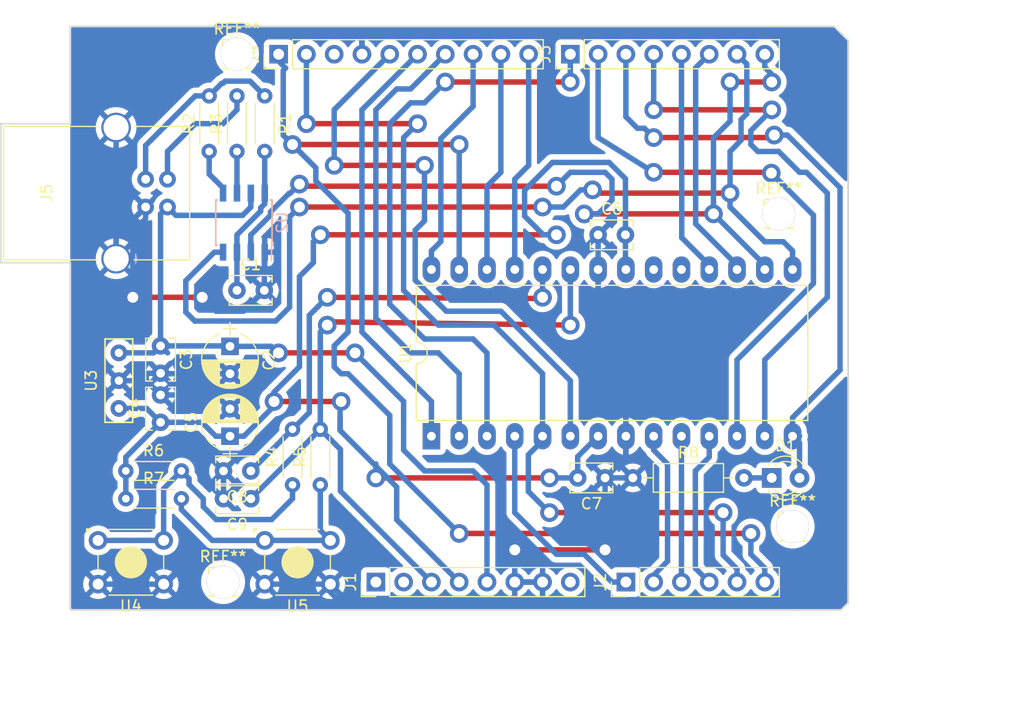
<source format=kicad_pcb>
(kicad_pcb (version 20221018) (generator pcbnew)
  (layers (0 "F.Cu" signal) (31 "B.Cu" signal) (34 "B.Paste" user) (35 "F.Paste" user) (36 "B.SilkS" user "B.Silkscreen") (37 "F.SilkS" user "F.Silkscreen") (38 "B.Mask" user) (39 "F.Mask" user) (44 "Edge.Cuts" user))
  (net 0 "")
  (net 1 "GND")
  (net 2 "+3V3")
  (net 3 "Net-(C1-Pad1)")
  (net 4 "+5V")
  (net 5 "Net-(C8-Pad1)")
  (net 6 "Net-(C9-Pad1)")
  (net 7 "Net-(D1-Pad1)")
  (net 8 "Net-(D1-Pad2)")
  (net 9 "Net-(J2-Pad1)")
  (net 10 "Net-(J2-Pad2)")
  (net 11 "Net-(J2-Pad3)")
  (net 12 "Net-(J2-Pad4)")
  (net 13 "Net-(J2-Pad5)")
  (net 14 "Net-(J2-Pad6)")
  (net 15 "Net-(J3-Pad1)")
  (net 16 "Net-(J3-Pad2)")
  (net 17 "Net-(J3-Pad4)")
  (net 18 "Net-(J3-Pad5)")
  (net 19 "Net-(J3-Pad6)")
  (net 20 "Net-(J3-Pad7)")
  (net 21 "Net-(J3-Pad8)")
  (net 22 "Net-(J5-Pad2)")
  (net 23 "Net-(J5-Pad3)")
  (net 24 "Net-(R2-Pad1)")
  (net 25 "Net-(R3-Pad1)")
  (net 26 "Net-(R4-Pad1)")
  (net 27 "Net-(R5-Pad1)")
  (net 28 "Net-(J4-Pad6)")
  (net 29 "Net-(J4-Pad7)")
  (net 30 "Net-(J4-Pad5)")
  (net 31 "Net-(J4-Pad10)")
  (net 32 "Net-(J4-Pad9)")
  (net 33 "Net-(J4-Pad8)")
  (footprint "Capacitors_THT:C_Disc_D3.8mm_W2.6mm_P2.50mm" (layer "F.Cu") (at 52.07 73.66)
    (fp_text reference "C1")
    (fp_text value "0.1uF")
  )
  (footprint "Capacitors_THT:C_Disc_D3.8mm_W2.6mm_P2.50mm" (layer "F.Cu") (at 45.085 78.74 -90)
    (fp_text reference "C3")
    (fp_text value "0.1uF")
  )
  (footprint "Capacitors_THT:C_Disc_D3.8mm_W2.6mm_P2.50mm" (layer "F.Cu") (at 45.085 85.725 90)
    (fp_text reference "C4")
    (fp_text value "0.1uF")
  )
  (footprint "Capacitors_THT:C_Disc_D3.8mm_W2.6mm_P2.50mm" (layer "F.Cu") (at 85.725 90.805 180)
    (fp_text reference "C7")
    (fp_text value "1uF")
  )
  (footprint "Capacitors_THT:C_Disc_D3.8mm_W2.6mm_P2.50mm" (layer "F.Cu") (at 53.34 90.17 180)
    (fp_text reference "C8")
    (fp_text value "1uF")
  )
  (footprint "Capacitors_THT:C_Disc_D3.8mm_W2.6mm_P2.50mm" (layer "F.Cu") (at 53.34 92.71 180)
    (fp_text reference "C9")
    (fp_text value "1uF")
  )
  (footprint "LEDs:LED_D3.0mm" (layer "F.Cu") (at 100.965 90.805)
    (fp_text reference "D1")
    (fp_text value "LED")
  )
  (footprint "Pin_Headers:Pin_Header_Straight_1x08_Pitch2.54mm" (layer "F.Cu") (at 64.77 100.33 90)
    (fp_text reference "J1")
    (fp_text value "CONN_01X08")
  )
  (footprint "Pin_Headers:Pin_Header_Straight_1x06_Pitch2.54mm" (layer "F.Cu") (at 87.63 100.33 90)
    (fp_text reference "J2")
    (fp_text value "CONN_01X06")
  )
  (footprint "Pin_Headers:Pin_Header_Straight_1x08_Pitch2.54mm" (layer "F.Cu") (at 82.55 52.07 90)
    (fp_text reference "J3")
    (fp_text value "CONN_01X08")
  )
  (footprint "Housings_DIP:DIP-28_W15.24mm_LongPads" (layer "F.Cu") (at 69.85 86.995 90)
    (fp_text reference "U1")
    (fp_text value "lpc1114fn28")
  )
  (footprint "mylib:7805" (layer "F.Cu") (at 41.275 81.915 -90)
    (fp_text reference "U3")
    (fp_text value "7803")
  )
  (footprint "Buttons_Switches_THT:SW_TH_Tactile_Omron_B3F-10xx" (layer "F.Cu") (at 39.37 96.52)
    (fp_text reference "U4")
    (fp_text value "PushSwitch")
  )
  (footprint "Buttons_Switches_THT:SW_TH_Tactile_Omron_B3F-10xx" (layer "F.Cu") (at 54.61 96.52)
    (fp_text reference "U5")
    (fp_text value "PushSwitch")
  )
  (footprint "Pin_Headers:Pin_Header_Straight_1x10_Pitch2.54mm" (layer "F.Cu") (at 55.88 52.07 90)
    (fp_text reference "J4")
    (fp_text value "CONN_01X10")
  )
  (footprint "Connectors:USB_B" (layer "F.Cu") (at 45.72 66.04 180)
    (fp_text reference "J5")
    (fp_text value "USB_B")
  )
  (footprint "Resistors_THT:R_Axial_DIN0204_L3.6mm_D1.6mm_P5.08mm_Horizontal" (layer "F.Cu") (at 57.15 91.44 90)
    (fp_text reference "R4")
    (fp_text value "10k")
  )
  (footprint "Resistors_THT:R_Axial_DIN0204_L3.6mm_D1.6mm_P5.08mm_Horizontal" (layer "F.Cu") (at 59.69 91.44 90)
    (fp_text reference "R5")
    (fp_text value "10k")
  )
  (footprint "Resistors_THT:R_Axial_DIN0204_L3.6mm_D1.6mm_P5.08mm_Horizontal" (layer "F.Cu") (at 41.91 90.17)
    (fp_text reference "R6")
    (fp_text value "1k")
  )
  (footprint "Resistors_THT:R_Axial_DIN0204_L3.6mm_D1.6mm_P5.08mm_Horizontal" (layer "F.Cu") (at 41.91 92.71)
    (fp_text reference "R7")
    (fp_text value "1k")
  )
  (footprint "Resistors_THT:R_Axial_DIN0204_L3.6mm_D1.6mm_P5.08mm_Horizontal" (layer "F.Cu") (at 54.61 55.88 -90)
    (fp_text reference "R1")
    (fp_text value "1.5k")
  )
  (footprint "Resistors_THT:R_Axial_DIN0204_L3.6mm_D1.6mm_P5.08mm_Horizontal" (layer "F.Cu") (at 49.53 60.96 90)
    (fp_text reference "R2")
    (fp_text value "27")
  )
  (footprint "Resistors_THT:R_Axial_DIN0204_L3.6mm_D1.6mm_P5.08mm_Horizontal" (layer "F.Cu") (at 52.07 60.96 90)
    (fp_text reference "R3")
    (fp_text value "27")
  )
  (footprint "Capacitors_THT:C_Disc_D3.8mm_W2.6mm_P2.50mm" (layer "F.Cu") (at 85.09 68.58)
    (fp_text reference "C6")
    (fp_text value "1uF")
  )
  (footprint "Capacitors_THT:CP_Radial_D5.0mm_P2.50mm" (layer "F.Cu") (at 51.435 78.78 -90)
    (fp_text reference "C2")
    (fp_text value "100uF")
  )
  (footprint "Capacitors_THT:CP_Radial_D5.0mm_P2.50mm" (layer "F.Cu") (at 51.435 86.995 90)
    (fp_text reference "C5")
    (fp_text value "100uF")
  )
  (footprint "Pin_Headers:Pin_Header_Straight_1x01_Pitch2.54mm" (layer "F.Cu") (at 102.87 95.25)
    (fp_text reference "REF**")
    (fp_text value "M3")
  )
  (footprint "Pin_Headers:Pin_Header_Straight_1x01_Pitch2.54mm" (layer "F.Cu") (at 101.6 66.675)
    (fp_text reference "REF**")
    (fp_text value "M3")
  )
  (footprint "Pin_Headers:Pin_Header_Straight_1x01_Pitch2.54mm" (layer "F.Cu") (at 52.07 52.07)
    (fp_text reference "REF**")
    (fp_text value "M3")
  )
  (footprint "Pin_Headers:Pin_Header_Straight_1x01_Pitch2.54mm" (layer "F.Cu") (at 50.8 100.33)
    (fp_text reference "REF**")
    (fp_text value "M3")
  )
  (footprint "Resistors_THT:R_Axial_DIN0207_L6.3mm_D2.5mm_P10.16mm_Horizontal" (layer "F.Cu") (at 88.265 90.805)
    (fp_text reference "R8")
    (fp_text value "330")
  )
  (footprint "Housings_SOIC:SOIC-8_3.9x4.9mm_Pitch1.27mm" (layer "B.Cu") (at 52.705 67.47 90)
    (fp_text reference "U2")
    (fp_text value "PL2303SA")
  )
  (gr_line (start 36.83 71.12) (end 36.83 102.87) (stroke (width 0.15)) (layer "Edge.Cuts"))
  (gr_line (start 107.315 50.165) (end 107.95 50.8) (stroke (width 0.15)) (layer "Edge.Cuts"))
  (gr_line (start 107.315 102.87) (end 102.87 102.87) (stroke (width 0.15)) (layer "Edge.Cuts"))
  (gr_line (start 107.95 50.8) (end 107.95 100.965) (stroke (width 0.15)) (layer "Edge.Cuts"))
  (gr_line (start 107.95 100.965) (end 107.95 102.235) (stroke (width 0.15)) (layer "Edge.Cuts"))
  (gr_line (start 107.95 102.235) (end 107.315 102.87) (stroke (width 0.15)) (layer "Edge.Cuts"))
  (gr_line (start 30.48 58.42) (end 30.48 71.12) (stroke (width 0.15)) (layer "Edge.Cuts"))
  (gr_line (start 36.83 102.87) (end 102.87 102.87) (stroke (width 0.15)) (layer "Edge.Cuts"))
  (gr_line (start 101.6 49.53) (end 106.68 49.53) (stroke (width 0.15)) (layer "Edge.Cuts"))
  (gr_line (start 101.6 49.53) (end 36.83 49.53) (stroke (width 0.15)) (layer "Edge.Cuts"))
  (gr_line (start 36.83 49.53) (end 36.83 58.42) (stroke (width 0.15)) (layer "Edge.Cuts"))
  (gr_line (start 36.83 58.42) (end 30.48 58.42) (stroke (width 0.15)) (layer "Edge.Cuts"))
  (gr_line (start 30.48 71.12) (end 36.83 71.12) (stroke (width 0.15)) (layer "Edge.Cuts"))
  (gr_line (start 106.68 49.53) (end 107.315 50.165) (stroke (width 0.15)) (layer "Edge.Cuts"))
  (segment (start 48.895 74.295) (end 42.545 74.295) (width 0.5) (layer "F.Cu") (net 1))
  (segment (start 84.522919 97.38501) (end 77.47 97.38501) (width 0.5) (layer "F.Cu") (net 1))
  (segment (start 85.725 97.38501) (end 84.522919 97.38501) (width 0.5) (layer "F.Cu") (net 1))
  (via (at 42.545 74.295) (size 1.7) (drill 1) (layers "F.Cu" "B.Cu") (net 1))
  (via (at 48.895 74.295) (size 1.7) (drill 1) (layers "F.Cu" "B.Cu") (net 1))
  (via (at 77.47 97.38501) (size 1.7) (drill 1) (layers "F.Cu" "B.Cu") (net 1))
  (via (at 85.725 97.38501) (size 1.7) (drill 1) (layers "F.Cu" "B.Cu") (net 1))
  (segment (start 45.53 100.52) (end 48.26 97.79) (width 0.5) (layer "B.Cu") (net 1))
  (segment (start 48.26 97.79) (end 51.88 97.79) (width 0.5) (layer "B.Cu") (net 1))
  (segment (start 51.88 97.79) (end 54.61 100.52) (width 0.5) (layer "B.Cu") (net 1))
  (segment (start 54.61 100.52) (end 60.61 100.52) (width 0.5) (layer "B.Cu") (net 1))
  (segment (start 43.775 81.915) (end 43.775 81.41863) (width 0.5) (layer "B.Cu") (net 1))
  (segment (start 54.57 73.66) (end 54.57 69.89) (width 0.5) (layer "B.Cu") (net 1))
  (segment (start 50.26 49.53) (end 52.705 49.53) (width 0.5) (layer "B.Cu") (net 1))
  (segment (start 41.02 58.77) (end 50.26 49.53) (width 0.5) (layer "B.Cu") (net 1))
  (segment (start 50.84 92.71) (end 50.84 90.17) (width 0.5) (layer "B.Cu") (net 1))
  (segment (start 39.37 77.47) (end 42.545 74.295) (width 0.5) (layer "B.Cu") (net 1))
  (segment (start 41.275 81.915) (end 39.37 83.82) (width 0.5) (layer "B.Cu") (net 1))
  (segment (start 43.775 81.915) (end 45.085 83.225) (width 0.5) (layer "B.Cu") (net 1))
  (segment (start 54.57 69.89) (end 54.61 69.93) (width 0.5) (layer "B.Cu") (net 1))
  (segment (start 43.72 67.114802) (end 42.545 68.289802) (width 0.5) (layer "B.Cu") (net 1))
  (segment (start 40.64 95.25) (end 43.18 95.25) (width 0.5) (layer "B.Cu") (net 1))
  (segment (start 50.165 75.565) (end 48.895 74.295) (width 0.5) (layer "B.Cu") (net 1))
  (segment (start 37.869999 92.940001) (end 37.869999 99.019999) (width 0.5) (layer "B.Cu") (net 1))
  (segment (start 54.57 73.66) (end 52.665 75.565) (width 0.5) (layer "B.Cu") (net 1))
  (segment (start 80.01 100.33) (end 77.47 100.33) (width 0.5) (layer "B.Cu") (net 1))
  (segment (start 39.37 100.52) (end 45.37 100.52) (width 0.5) (layer "B.Cu") (net 1))
  (segment (start 45.37 100.52) (end 45.53 100.52) (width 0.5) (layer "B.Cu") (net 1))
  (segment (start 52.705 49.53) (end 53.34 50.165) (width 0.5) (layer "B.Cu") (net 1))
  (segment (start 39.37 80.01) (end 41.275 81.915) (width 0.5) (layer "B.Cu") (net 1))
  (segment (start 77.47 101.6) (end 77.239999 101.830001) (width 0.5) (layer "B.Cu") (net 1))
  (segment (start 50.165 83.225) (end 51.435 84.495) (width 0.5) (layer "B.Cu") (net 1))
  (segment (start 41.02 70.77) (end 41.02 68.860812) (width 0.5) (layer "B.Cu") (net 1))
  (segment (start 77.47 100.33) (end 77.47 97.38501) (width 0.5) (layer "B.Cu") (net 1))
  (segment (start 45.125 81.28) (end 45.085 81.24) (width 0.5) (layer "B.Cu") (net 1))
  (segment (start 52.665 75.565) (end 50.165 75.565) (width 0.5) (layer "B.Cu") (net 1))
  (segment (start 87.63 82.55) (end 87.63 86.995) (width 0.5) (layer "B.Cu") (net 1))
  (segment (start 85.725 97.38501) (end 85.725 90.805) (width 0.5) (layer "B.Cu") (net 1))
  (segment (start 43.775 81.41863) (end 43.95363 81.24) (width 0.5) (layer "B.Cu") (net 1))
  (segment (start 77.239999 101.830001) (end 61.190001 101.830001) (width 0.5) (layer "B.Cu") (net 1))
  (segment (start 43.72 66.04) (end 41.02 68.74) (width 0.5) (layer "B.Cu") (net 1))
  (segment (start 43.95363 81.24) (end 45.085 81.24) (width 0.5) (layer "B.Cu") (net 1))
  (segment (start 62.865 50.165) (end 63.5 50.8) (width 0.5) (layer "B.Cu") (net 1))
  (segment (start 43.72 66.04) (end 43.72 67.114802) (width 0.5) (layer "B.Cu") (net 1))
  (segment (start 39.37 91.44) (end 39.37 93.98) (width 0.5) (layer "B.Cu") (net 1))
  (segment (start 44.45 93.98) (end 44.45 88.9) (width 0.5) (layer "B.Cu") (net 1))
  (segment (start 85.09 71.755) (end 85.09 80.01) (width 0.5) (layer "B.Cu") (net 1))
  (segment (start 87.63 88.9) (end 85.725 90.805) (width 0.5) (layer "B.Cu") (net 1))
  (segment (start 77.47 100.33) (end 77.47 101.6) (width 0.5) (layer "B.Cu") (net 1))
  (segment (start 43.18 95.25) (end 44.45 93.98) (width 0.5) (layer "B.Cu") (net 1))
  (segment (start 62.865 50.165) (end 53.34 50.165) (width 0.5) (layer "B.Cu") (net 1))
  (segment (start 38.069999 99.219999) (end 39.37 100.52) (width 0.5) (layer "B.Cu") (net 1))
  (segment (start 41.275 81.915) (end 43.775 81.915) (width 0.5) (layer "B.Cu") (net 1))
  (segment (start 54.61 69.93) (end 54.61 70.17) (width 0.5) (layer "B.Cu") (net 1))
  (segment (start 44.45 88.9) (end 45.72 87.63) (width 0.5) (layer "B.Cu") (net 1))
  (segment (start 87.63 86.36) (end 87.63 87.63) (width 0.5) (layer "B.Cu") (net 1))
  (segment (start 39.37 77.47) (end 39.37 80.01) (width 0.5) (layer "B.Cu") (net 1))
  (segment (start 85.725 90.805) (end 88.265 90.805) (width 0.5) (layer "B.Cu") (net 1))
  (segment (start 45.72 87.63) (end 48.3 87.63) (width 0.5) (layer "B.Cu") (net 1))
  (segment (start 51.435 81.28) (end 45.125 81.28) (width 0.5) (layer "B.Cu") (net 1))
  (segment (start 39.37 91.44) (end 37.869999 92.940001) (width 0.5) (layer "B.Cu") (net 1))
  (segment (start 39.37 93.98) (end 40.64 95.25) (width 0.5) (layer "B.Cu") (net 1))
  (segment (start 37.869999 99.019999) (end 38.069999 99.219999) (width 0.5) (layer "B.Cu") (net 1))
  (segment (start 87.63 86.995) (end 87.63 88.9) (width 0.5) (layer "B.Cu") (net 1))
  (segment (start 39.37 83.82) (end 39.37 91.44) (width 0.5) (layer "B.Cu") (net 1))
  (segment (start 48.3 87.63) (end 50.84 90.17) (width 0.5) (layer "B.Cu") (net 1))
  (segment (start 41.02 68.860812) (end 41.02 58.77) (width 0.5) (layer "B.Cu") (net 1))
  (segment (start 85.09 71.755) (end 85.09 68.58) (width 0.5) (layer "B.Cu") (net 1))
  (segment (start 41.02 68.74) (end 41.02 70.77) (width 0.5) (layer "B.Cu") (net 1))
  (segment (start 63.5 50.8) (end 63.5 52.07) (width 0.5) (layer "B.Cu") (net 1))
  (segment (start 42.545 68.289802) (end 42.545 74.295) (width 0.5) (layer "B.Cu") (net 1))
  (segment (start 85.09 80.01) (end 87.63 82.55) (width 0.5) (layer "B.Cu") (net 1))
  (segment (start 60.990001 101.630001) (end 59.88 100.52) (width 0.5) (layer "B.Cu") (net 1))
  (segment (start 45.085 83.225) (end 50.165 83.225) (width 0.5) (layer "B.Cu") (net 1))
  (segment (start 61.190001 101.830001) (end 60.990001 101.630001) (width 0.5) (layer "B.Cu") (net 1))
  (segment (start 80.645 90.805) (end 64.77 90.805) (width 0.5) (layer "F.Cu") (net 2))
  (segment (start 59.69 68.58) (end 81.28 68.58) (width 0.5) (layer "F.Cu") (net 2))
  (segment (start 61.595 83.82) (end 55.459999 83.82) (width 0.5) (layer "F.Cu") (net 2))
  (via (at 64.77 90.805) (size 1.7) (drill 1) (layers "F.Cu" "B.Cu") (net 2))
  (via (at 80.645 90.805) (size 1.7) (drill 1) (layers "F.Cu" "B.Cu") (net 2))
  (via (at 81.28 68.58) (size 1.7) (drill 1) (layers "F.Cu" "B.Cu") (net 2))
  (via (at 59.69 68.58) (size 1.7) (drill 1) (layers "F.Cu" "B.Cu") (net 2))
  (via (at 61.595 83.82) (size 1.7) (drill 1) (layers "F.Cu" "B.Cu") (net 2))
  (via (at 55.459999 83.82) (size 1.7) (drill 1) (layers "F.Cu" "B.Cu") (net 2))
  (segment (start 64.77 89.736398) (end 64.77 89.535) (width 0.5) (layer "B.Cu") (net 2))
  (segment (start 64.77 89.535) (end 64.77 89.736398) (width 0.5) (layer "B.Cu") (net 2))
  (segment (start 64.77 89.736398) (end 61.499979 86.466377) (width 0.5) (layer "B.Cu") (net 2))
  (segment (start 51.435 86.995) (end 52.705 86.995) (width 0.5) (layer "B.Cu") (net 2))
  (segment (start 48.865 85.725) (end 46.21637 85.725) (width 0.5) (layer "B.Cu") (net 2))
  (segment (start 50.135 86.995) (end 48.865 85.725) (width 0.5) (layer "B.Cu") (net 2))
  (segment (start 67.31 95.25) (end 67.841916 95.781916) (width 0.5) (layer "B.Cu") (net 2))
  (segment (start 80.645 90.805) (end 83.225 90.805) (width 0.5) (layer "B.Cu") (net 2))
  (segment (start 66.675 91.641398) (end 64.77 89.736398) (width 0.5) (layer "B.Cu") (net 2))
  (segment (start 81.28 68.58) (end 80.077919 68.58) (width 0.5) (layer "B.Cu") (net 2))
  (segment (start 78.370002 64.504998) (end 80.910009 61.964991) (width 0.5) (layer "B.Cu") (net 2))
  (segment (start 86.097797 61.964991) (end 87.59 63.457194) (width 0.5) (layer "B.Cu") (net 2))
  (segment (start 71.150001 99.090001) (end 72.39 100.33) (width 0.5) (layer "B.Cu") (net 2))
  (segment (start 61.499979 86.466377) (end 61.499979 85.264296) (width 0.5) (layer "B.Cu") (net 2))
  (segment (start 55.459999 84.240001) (end 55.459999 82.970001) (width 0.5) (layer "B.Cu") (net 2))
  (segment (start 43.815 84.455) (end 45.085 85.725) (width 0.5) (layer "B.Cu") (net 2))
  (segment (start 41.91 92.71) (end 41.91 90.17) (width 0.5) (layer "B.Cu") (net 2))
  (segment (start 66.675 94.615) (end 67.31 95.25) (width 0.5) (layer "B.Cu") (net 2))
  (segment (start 51.435 86.995) (end 50.135 86.995) (width 0.5) (layer "B.Cu") (net 2))
  (segment (start 61.499979 83.915021) (end 61.595 83.82) (width 0.5) (layer "B.Cu") (net 2))
  (segment (start 54.61 85.09) (end 55.459999 84.240001) (width 0.5) (layer "B.Cu") (net 2))
  (segment (start 41.91 88.9) (end 45.085 85.725) (width 0.5) (layer "B.Cu") (net 2))
  (segment (start 83.225 88.86) (end 85.09 86.995) (width 0.5) (layer "B.Cu") (net 2))
  (segment (start 61.499979 86.466377) (end 61.499979 83.915021) (width 0.5) (layer "B.Cu") (net 2))
  (segment (start 55.459999 82.970001) (end 57.785 80.645) (width 0.5) (layer "B.Cu") (net 2))
  (segment (start 80.077919 68.58) (end 78.370002 66.872083) (width 0.5) (layer "B.Cu") (net 2))
  (segment (start 87.59 71.715) (end 87.63 71.755) (width 0.5) (layer "B.Cu") (net 2))
  (segment (start 57.785 72.39) (end 59.055 71.12) (width 0.5) (layer "B.Cu") (net 2))
  (segment (start 87.59 63.457194) (end 87.59 67.44863) (width 0.5) (layer "B.Cu") (net 2))
  (segment (start 87.59 68.58) (end 87.59 71.715) (width 0.5) (layer "B.Cu") (net 2))
  (segment (start 57.785 80.645) (end 57.785 72.39) (width 0.5) (layer "B.Cu") (net 2))
  (segment (start 52.705 86.995) (end 54.61 85.09) (width 0.5) (layer "B.Cu") (net 2))
  (segment (start 41.275 84.455) (end 43.815 84.455) (width 0.5) (layer "B.Cu") (net 2))
  (segment (start 41.91 90.17) (end 41.91 88.9) (width 0.5) (layer "B.Cu") (net 2))
  (segment (start 78.370002 66.872083) (end 78.370002 64.504998) (width 0.5) (layer "B.Cu") (net 2))
  (segment (start 64.77 89.736398) (end 64.77 90.805) (width 0.5) (layer "B.Cu") (net 2))
  (segment (start 66.675 94.615) (end 71.150001 99.090001) (width 0.5) (layer "B.Cu") (net 2))
  (segment (start 66.675 94.615) (end 66.675 91.641398) (width 0.5) (layer "B.Cu") (net 2))
  (segment (start 83.225 90.805) (end 83.225 88.86) (width 0.5) (layer "B.Cu") (net 2))
  (segment (start 46.21637 85.725) (end 45.085 85.725) (width 0.5) (layer "B.Cu") (net 2))
  (segment (start 87.59 67.44863) (end 87.59 68.58) (width 0.5) (layer "B.Cu") (net 2))
  (segment (start 59.055 69.215) (end 59.69 68.58) (width 0.5) (layer "B.Cu") (net 2))
  (segment (start 80.910009 61.964991) (end 86.097797 61.964991) (width 0.5) (layer "B.Cu") (net 2))
  (segment (start 59.055 71.12) (end 59.055 69.215) (width 0.5) (layer "B.Cu") (net 2))
  (segment (start 54.61 60.96) (end 54.61 64.77) (width 0.5) (layer "B.Cu") (net 3))
  (segment (start 54.240009 66.412797) (end 52.07 68.582806) (width 0.5) (layer "B.Cu") (net 3))
  (segment (start 54.240009 66.114993) (end 54.240009 66.412797) (width 0.5) (layer "B.Cu") (net 3))
  (segment (start 54.61 65.745002) (end 54.240009 66.114993) (width 0.5) (layer "B.Cu") (net 3))
  (segment (start 52.07 68.582806) (end 52.07 68.895) (width 0.5) (layer "B.Cu") (net 3))
  (segment (start 52.07 68.895) (end 52.07 70.17) (width 0.5) (layer "B.Cu") (net 3))
  (segment (start 52.07 73.66) (end 52.07 70.17) (width 0.5) (layer "B.Cu") (net 3))
  (segment (start 54.61 64.77) (end 54.61 65.745002) (width 0.5) (layer "B.Cu") (net 3))
  (segment (start 62.865 79.375) (end 55.245 79.375) (width 0.5) (layer "F.Cu") (net 4))
  (segment (start 55.88 79.375) (end 55.245 79.375) (width 0.5) (layer "F.Cu") (net 4))
  (via (at 62.865 79.375) (size 1.7) (drill 1) (layers "F.Cu" "B.Cu") (net 4))
  (via (at 55.88 79.375) (size 1.7) (drill 1) (layers "F.Cu" "B.Cu") (net 4))
  (segment (start 74.93 91.44) (end 73.66 90.17) (width 0.5) (layer "B.Cu") (net 4))
  (segment (start 73.66 90.17) (end 69.215 90.17) (width 0.5) (layer "B.Cu") (net 4))
  (segment (start 69.215 90.17) (end 67.31 88.265) (width 0.5) (layer "B.Cu") (net 4))
  (segment (start 67.31 88.265) (end 67.31 85.09) (width 0.5) (layer "B.Cu") (net 4))
  (segment (start 67.31 83.82) (end 62.865 79.375) (width 0.5) (layer "B.Cu") (net 4))
  (segment (start 54.61 78.78) (end 54.660662 78.78) (width 0.5) (layer "B.Cu") (net 4))
  (segment (start 55.205 78.78) (end 55.8 79.375) (width 0.5) (layer "B.Cu") (net 4))
  (segment (start 55.8 79.375) (end 55.88 79.375) (width 0.5) (layer "B.Cu") (net 4))
  (segment (start 44.45 79.375) (end 45.085 78.74) (width 0.5) (layer "B.Cu") (net 4))
  (segment (start 41.275 79.375) (end 44.45 79.375) (width 0.5) (layer "B.Cu") (net 4))
  (segment (start 54.61 78.78) (end 55.205 78.78) (width 0.5) (layer "B.Cu") (net 4))
  (segment (start 45.72 79.375) (end 45.085 78.74) (width 0.5) (layer "B.Cu") (net 4))
  (segment (start 45.085 78.74) (end 45.085 66.675) (width 0.5) (layer "B.Cu") (net 4))
  (segment (start 45.085 78.74) (end 51.395 78.74) (width 0.5) (layer "B.Cu") (net 4))
  (segment (start 74.93 91.44) (end 74.93 100.33) (width 0.5) (layer "B.Cu") (net 4))
  (segment (start 46.479999 66.799999) (end 52.580001 66.799999) (width 0.5) (layer "B.Cu") (net 4))
  (segment (start 51.395 78.74) (end 51.435 78.78) (width 0.5) (layer "B.Cu") (net 4))
  (segment (start 45.72 66.04) (end 46.479999 66.799999) (width 0.5) (layer "B.Cu") (net 4))
  (segment (start 53.34 66.04) (end 53.34 64.77) (width 0.5) (layer "B.Cu") (net 4))
  (segment (start 45.085 66.675) (end 45.72 66.04) (width 0.5) (layer "B.Cu") (net 4))
  (segment (start 67.31 85.09) (end 67.31 83.82) (width 0.5) (layer "B.Cu") (net 4))
  (segment (start 52.580001 66.799999) (end 53.34 66.04) (width 0.5) (layer "B.Cu") (net 4))
  (segment (start 51.435 78.78) (end 54.61 78.78) (width 0.5) (layer "B.Cu") (net 4))
  (segment (start 60.325 74.295) (end 79.901391 74.403609) (width 0.5) (layer "F.Cu") (net 5))
  (segment (start 79.901391 74.403609) (end 80.01 74.295) (width 0.5) (layer "F.Cu") (net 5))
  (via (at 60.325 74.295) (size 1.7) (drill 1) (layers "F.Cu" "B.Cu") (net 5))
  (via (at 80.01 74.295) (size 1.7) (drill 1) (layers "F.Cu" "B.Cu") (net 5))
  (segment (start 57.15 86.36) (end 58.685011 84.824989) (width 0.5) (layer "B.Cu") (net 5))
  (segment (start 80.01 74.295) (end 80.01 71.755) (width 0.5) (layer "B.Cu") (net 5))
  (segment (start 56.450001 87.059999) (end 53.34 90.17) (width 0.5) (layer "B.Cu") (net 5))
  (segment (start 58.685011 84.824989) (end 58.685011 75.937795) (width 0.5) (layer "B.Cu") (net 5))
  (segment (start 58.685011 75.937795) (end 59.475001 75.147805) (width 0.5) (layer "B.Cu") (net 5))
  (segment (start 57.15 86.36) (end 56.450001 87.059999) (width 0.5) (layer "B.Cu") (net 5))
  (segment (start 59.475001 75.147805) (end 59.475001 75.144999) (width 0.5) (layer "B.Cu") (net 5))
  (segment (start 59.475001 75.144999) (end 60.325 74.295) (width 0.5) (layer "B.Cu") (net 5))
  (segment (start 82.55 76.835) (end 60.620012 76.539988) (width 0.5) (layer "F.Cu") (net 6))
  (segment (start 60.620012 76.539988) (end 60.325 76.835) (width 0.5) (layer "F.Cu") (net 6))
  (via (at 60.325 76.835) (size 1.7) (drill 1) (layers "F.Cu" "B.Cu") (net 6))
  (via (at 82.55 76.835) (size 1.7) (drill 1) (layers "F.Cu" "B.Cu") (net 6))
  (segment (start 59.69 77.47) (end 59.69 86.36) (width 0.5) (layer "B.Cu") (net 6))
  (segment (start 69.85 100.33) (end 61.52999 92.00999) (width 0.5) (layer "B.Cu") (net 6))
  (segment (start 53.34 92.71) (end 57.15 88.9) (width 0.5) (layer "B.Cu") (net 6))
  (segment (start 61.52999 92.00999) (end 61.52999 88.19999) (width 0.5) (layer "B.Cu") (net 6))
  (segment (start 60.325 76.835) (end 59.69 77.47) (width 0.5) (layer "B.Cu") (net 6))
  (segment (start 60.389999 87.059999) (end 59.69 86.36) (width 0.5) (layer "B.Cu") (net 6))
  (segment (start 61.52999 88.19999) (end 60.389999 87.059999) (width 0.5) (layer "B.Cu") (net 6))
  (segment (start 60.325 76.835) (end 60.620012 76.539988) (width 0.5) (layer "B.Cu") (net 6))
  (segment (start 57.15 88.9) (end 59.69 86.36) (width 0.5) (layer "B.Cu") (net 6))
  (segment (start 82.55 75.565) (end 82.55 76.835) (width 0.5) (layer "B.Cu") (net 6))
  (segment (start 82.55 71.755) (end 82.55 75.565) (width 0.5) (layer "B.Cu") (net 6))
  (segment (start 98.425 90.805) (end 100.965 90.805) (width 0.5) (layer "B.Cu") (net 7))
  (segment (start 90.17 59.69) (end 100.965 59.69) (width 0.5) (layer "F.Cu") (net 8))
  (segment (start 100.965 59.69) (end 101.19501 59.45999) (width 0.5) (layer "F.Cu") (net 8))
  (via (at 90.17 59.69) (size 1.7) (drill 1) (layers "F.Cu" "B.Cu") (net 8))
  (via (at 101.19501 59.45999) (size 1.7) (drill 1) (layers "F.Cu" "B.Cu") (net 8))
  (segment (start 103.505 86.995) (end 102.87 86.995) (width 0.5) (layer "B.Cu") (net 8))
  (segment (start 102.87 85.295) (end 107.210022 80.954978) (width 0.5) (layer "B.Cu") (net 8))
  (segment (start 90.17 59.69) (end 89.320001 58.840001) (width 0.5) (layer "B.Cu") (net 8))
  (segment (start 102.87 86.995) (end 102.87 85.295) (width 0.5) (layer "B.Cu") (net 8))
  (segment (start 107.210022 80.954978) (end 107.210022 64.272921) (width 0.5) (layer "B.Cu") (net 8))
  (segment (start 88.685001 58.840001) (end 87.63 57.785) (width 0.5) (layer "B.Cu") (net 8))
  (segment (start 89.320001 58.840001) (end 88.685001 58.840001) (width 0.5) (layer "B.Cu") (net 8))
  (segment (start 107.210022 64.272921) (end 102.397091 59.45999) (width 0.5) (layer "B.Cu") (net 8))
  (segment (start 103.505 90.805) (end 103.505 87.63) (width 0.5) (layer "B.Cu") (net 8))
  (segment (start 87.63 57.785) (end 87.63 52.07) (width 0.5) (layer "B.Cu") (net 8))
  (segment (start 103.505 87.63) (end 102.87 86.995) (width 0.5) (layer "B.Cu") (net 8))
  (segment (start 102.397091 59.45999) (end 101.19501 59.45999) (width 0.5) (layer "B.Cu") (net 8))
  (segment (start 77.47 93.98) (end 80.645 97.155) (width 0.5) (layer "B.Cu") (net 9))
  (segment (start 80.645 97.155) (end 81.28 97.79) (width 0.5) (layer "B.Cu") (net 9))
  (segment (start 86.36 100.33) (end 87.63 100.33) (width 0.5) (layer "B.Cu") (net 9))
  (segment (start 77.47 86.995) (end 77.47 93.98) (width 0.5) (layer "B.Cu") (net 9))
  (segment (start 83.82 97.79) (end 86.36 100.33) (width 0.5) (layer "B.Cu") (net 9))
  (segment (start 81.28 97.79) (end 83.82 97.79) (width 0.5) (layer "B.Cu") (net 9))
  (segment (start 90.17 99.695) (end 91.44 98.425) (width 0.5) (layer "B.Cu") (net 10))
  (segment (start 91.44 98.425) (end 91.44 89.535) (width 0.5) (layer "B.Cu") (net 10))
  (segment (start 91.44 89.535) (end 90.17 88.265) (width 0.5) (layer "B.Cu") (net 10))
  (segment (start 90.17 88.265) (end 90.17 86.995) (width 0.5) (layer "B.Cu") (net 10))
  (segment (start 90.17 100.33) (end 90.17 99.695) (width 0.5) (layer "B.Cu") (net 10))
  (segment (start 92.71 100.33) (end 92.71 86.995) (width 0.5) (layer "B.Cu") (net 11))
  (segment (start 95.25 88.9) (end 93.98 90.17) (width 0.5) (layer "B.Cu") (net 12))
  (segment (start 93.98 90.17) (end 93.98 99.06) (width 0.5) (layer "B.Cu") (net 12))
  (segment (start 93.98 99.06) (end 95.25 100.33) (width 0.5) (layer "B.Cu") (net 12))
  (segment (start 95.25 86.995) (end 95.25 88.9) (width 0.5) (layer "B.Cu") (net 12))
  (segment (start 96.52 93.98) (end 80.645 93.98) (width 0.5) (layer "F.Cu") (net 13))
  (segment (start 68.58 58.42) (end 58.42 58.42) (width 0.5) (layer "F.Cu") (net 13))
  (via (at 96.52 93.98) (size 1.7) (drill 1) (layers "F.Cu" "B.Cu") (net 13))
  (via (at 58.42 58.42) (size 1.7) (drill 1) (layers "F.Cu" "B.Cu") (net 13))
  (via (at 80.645 93.98) (size 1.7) (drill 1) (layers "F.Cu" "B.Cu") (net 13))
  (via (at 68.58 58.42) (size 1.7) (drill 1) (layers "F.Cu" "B.Cu") (net 13))
  (segment (start 67.31 64.77) (end 67.31 62.23) (width 0.5) (layer "B.Cu") (net 13))
  (segment (start 67.31 64.77) (end 67.31 64.135) (width 0.5) (layer "B.Cu") (net 13))
  (segment (start 58.42 58.42) (end 58.42 52.07) (width 0.5) (layer "B.Cu") (net 13))
  (segment (start 78.71 92.045) (end 78.71 88.695) (width 0.5) (layer "B.Cu") (net 13))
  (segment (start 67.31 73.66) (end 67.31 64.77) (width 0.5) (layer "B.Cu") (net 13))
  (segment (start 80.01 86.995) (end 80.01 85.295) (width 0.5) (layer "B.Cu") (net 13))
  (segment (start 80.01 85.295) (end 80.01 81.28) (width 0.5) (layer "B.Cu") (net 13))
  (segment (start 70.485 76.835) (end 67.31 73.66) (width 0.5) (layer "B.Cu") (net 13))
  (segment (start 97.79 99.127919) (end 96.52 97.857919) (width 0.5) (layer "B.Cu") (net 13))
  (segment (start 80.01 87.395) (end 80.01 86.995) (width 0.5) (layer "B.Cu") (net 13))
  (segment (start 78.71 88.695) (end 80.01 87.395) (width 0.5) (layer "B.Cu") (net 13))
  (segment (start 80.01 81.28) (end 75.565 76.835) (width 0.5) (layer "B.Cu") (net 13))
  (segment (start 80.645 93.98) (end 78.71 92.045) (width 0.5) (layer "B.Cu") (net 13))
  (segment (start 67.31 59.69) (end 68.58 58.42) (width 0.5) (layer "B.Cu") (net 13))
  (segment (start 97.79 100.33) (end 97.79 99.127919) (width 0.5) (layer "B.Cu") (net 13))
  (segment (start 75.565 76.835) (end 70.485 76.835) (width 0.5) (layer "B.Cu") (net 13))
  (segment (start 96.52 97.857919) (end 96.52 93.98) (width 0.5) (layer "B.Cu") (net 13))
  (segment (start 67.31 62.23) (end 67.31 60.96) (width 0.5) (layer "B.Cu") (net 13))
  (segment (start 67.31 60.96) (end 67.31 59.69) (width 0.5) (layer "B.Cu") (net 13))
  (segment (start 72.39 95.885) (end 75.565 95.885) (width 0.5) (layer "F.Cu") (net 14))
  (segment (start 72.39 60.325) (end 57.15 60.325) (width 0.5) (layer "F.Cu") (net 14))
  (segment (start 99.06 95.885) (end 75.565 95.885) (width 0.5) (layer "F.Cu") (net 14))
  (via (at 99.06 95.885) (size 1.7) (drill 1) (layers "F.Cu" "B.Cu") (net 14))
  (via (at 57.15 60.325) (size 1.7) (drill 1) (layers "F.Cu" "B.Cu") (net 14))
  (via (at 72.39 95.885) (size 1.7) (drill 1) (layers "F.Cu" "B.Cu") (net 14))
  (via (at 72.39 60.325) (size 1.7) (drill 1) (layers "F.Cu" "B.Cu") (net 14))
  (segment (start 56.515 53.34) (end 55.88 52.705) (width 0.5) (layer "B.Cu") (net 14))
  (segment (start 62.23 81.28) (end 61.595 81.28) (width 0.5) (layer "B.Cu") (net 14))
  (segment (start 72.39 95.885) (end 66.04 89.535) (width 0.5) (layer "B.Cu") (net 14))
  (segment (start 72.39 62.23) (end 72.39 60.325) (width 0.5) (layer "B.Cu") (net 14))
  (segment (start 56.300001 59.475001) (end 57.15 60.325) (width 0.5) (layer "B.Cu") (net 14))
  (segment (start 56.300001 53.554999) (end 56.300001 59.475001) (width 0.5) (layer "B.Cu") (net 14))
  (segment (start 60.96 78.74) (end 62.23 77.47) (width 0.5) (layer "B.Cu") (net 14))
  (segment (start 57.999999 61.174999) (end 57.15 60.325) (width 0.5) (layer "B.Cu") (net 14))
  (segment (start 56.515 53.34) (end 56.300001 53.554999) (width 0.5) (layer "B.Cu") (net 14))
  (segment (start 100.33 99.06) (end 99.06 97.79) (width 0.5) (layer "B.Cu") (net 14))
  (segment (start 99.06 97.79) (end 99.06 95.885) (width 0.5) (layer "B.Cu") (net 14))
  (segment (start 100.33 99.06) (end 100.33 100.33) (width 0.5) (layer "B.Cu") (net 14))
  (segment (start 62.23 66.607081) (end 59.285002 63.662083) (width 0.5) (layer "B.Cu") (net 14))
  (segment (start 55.88 52.07) (end 55.88 52.705) (width 0.5) (layer "B.Cu") (net 14))
  (segment (start 72.39 64.77) (end 72.39 62.23) (width 0.5) (layer "B.Cu") (net 14))
  (segment (start 66.04 89.535) (end 66.04 85.09) (width 0.5) (layer "B.Cu") (net 14))
  (segment (start 61.595 81.28) (end 60.96 80.645) (width 0.5) (layer "B.Cu") (net 14))
  (segment (start 60.96 80.645) (end 60.96 78.74) (width 0.5) (layer "B.Cu") (net 14))
  (segment (start 59.285002 63.662083) (end 59.285002 62.460002) (width 0.5) (layer "B.Cu") (net 14))
  (segment (start 66.04 85.09) (end 62.23 81.28) (width 0.5) (layer "B.Cu") (net 14))
  (segment (start 72.39 71.755) (end 72.39 64.77) (width 0.5) (layer "B.Cu") (net 14))
  (segment (start 59.285002 62.460002) (end 57.999999 61.174999) (width 0.5) (layer "B.Cu") (net 14))
  (segment (start 62.23 77.47) (end 62.23 66.607081) (width 0.5) (layer "B.Cu") (net 14))
  (segment (start 71.12 54.61) (end 82.55 54.61) (width 0.5) (layer "F.Cu") (net 15))
  (via (at 71.12 54.61) (size 1.7) (drill 1) (layers "F.Cu" "B.Cu") (net 15))
  (via (at 82.55 54.61) (size 1.7) (drill 1) (layers "F.Cu" "B.Cu") (net 15))
  (segment (start 74.93 79.375) (end 73.66 78.105) (width 0.5) (layer "B.Cu") (net 15))
  (segment (start 74.93 86.995) (end 74.93 79.375) (width 0.5) (layer "B.Cu") (net 15))
  (segment (start 82.55 54.61) (end 82.55 52.07) (width 0.5) (layer "B.Cu") (net 15))
  (segment (start 73.66 78.105) (end 69.215 78.105) (width 0.5) (layer "B.Cu") (net 15))
  (segment (start 66.04 58.42) (end 67.945 56.515) (width 0.5) (layer "B.Cu") (net 15))
  (segment (start 66.04 74.93) (end 66.04 58.42) (width 0.5) (layer "B.Cu") (net 15))
  (segment (start 69.215 78.105) (end 66.04 74.93) (width 0.5) (layer "B.Cu") (net 15))
  (segment (start 67.945 56.515) (end 69.215 56.515) (width 0.5) (layer "B.Cu") (net 15))
  (segment (start 69.215 56.515) (end 71.12 54.61) (width 0.5) (layer "B.Cu") (net 15))
  (segment (start 100.857525 62.865) (end 100.929175 62.93665) (width 0.5) (layer "F.Cu") (net 16))
  (segment (start 90.17 62.865) (end 100.857525 62.865) (width 0.5) (layer "F.Cu") (net 16))
  (via (at 100.929175 62.93665) (size 1.7) (drill 1) (layers "F.Cu" "B.Cu") (net 16))
  (via (at 90.17 62.865) (size 1.7) (drill 1) (layers "F.Cu" "B.Cu") (net 16))
  (segment (start 85.09 59.69) (end 90.17 62.865) (width 0.5) (layer "B.Cu") (net 16))
  (segment (start 104.775 66.782475) (end 101.779174 63.786649) (width 0.5) (layer "B.Cu") (net 16))
  (segment (start 85.09 52.07) (end 85.09 54.61) (width 0.5) (layer "B.Cu") (net 16))
  (segment (start 104.775 73.025) (end 104.775 66.782475) (width 0.5) (layer "B.Cu") (net 16))
  (segment (start 85.09 54.61) (end 85.09 59.69) (width 0.5) (layer "B.Cu") (net 16))
  (segment (start 97.79 86.995) (end 97.79 80.01) (width 0.5) (layer "B.Cu") (net 16))
  (segment (start 101.779174 63.786649) (end 100.929175 62.93665) (width 0.5) (layer "B.Cu") (net 16))
  (segment (start 97.79 80.01) (end 104.775 73.025) (width 0.5) (layer "B.Cu") (net 16))
  (segment (start 90.17 57.15) (end 100.965 57.15) (width 0.5) (layer "F.Cu") (net 17))
  (via (at 100.965 57.15) (size 1.7) (drill 1) (layers "F.Cu" "B.Cu") (net 17))
  (via (at 90.17 57.15) (size 1.7) (drill 1) (layers "F.Cu" "B.Cu") (net 17))
  (segment (start 99.695 60.96) (end 99.06 60.325) (width 0.5) (layer "B.Cu") (net 17))
  (segment (start 99.06 60.325) (end 99.06 59.055) (width 0.5) (layer "B.Cu") (net 17))
  (segment (start 99.06 59.055) (end 100.965 57.15) (width 0.5) (layer "B.Cu") (net 17))
  (segment (start 90.17 56.515) (end 90.17 57.15) (width 0.5) (layer "B.Cu") (net 17))
  (segment (start 104.14 62.865) (end 103.505 62.865) (width 0.5) (layer "B.Cu") (net 17))
  (segment (start 100.33 86.995) (end 100.33 86.36) (width 0.5) (layer "B.Cu") (net 17))
  (segment (start 106.045 64.77) (end 104.14 62.865) (width 0.5) (layer "B.Cu") (net 17))
  (segment (start 103.505 62.865) (end 101.6 60.96) (width 0.5) (layer "B.Cu") (net 17))
  (segment (start 100.33 80.01) (end 100.33 86.995) (width 0.5) (layer "B.Cu") (net 17))
  (segment (start 90.17 52.07) (end 90.17 56.515) (width 0.5) (layer "B.Cu") (net 17))
  (segment (start 100.33 80.01) (end 106.045 74.295) (width 0.5) (layer "B.Cu") (net 17))
  (segment (start 100.965 57.15) (end 100.965 57.785) (width 0.5) (layer "B.Cu") (net 17))
  (segment (start 101.6 60.96) (end 99.695 60.96) (width 0.5) (layer "B.Cu") (net 17))
  (segment (start 106.045 74.295) (end 106.045 64.77) (width 0.5) (layer "B.Cu") (net 17))
  (segment (start 92.74 68.58) (end 92.74 62.875998) (width 0.5) (layer "B.Cu") (net 18))
  (segment (start 92.71 53.272081) (end 92.71 52.07) (width 0.5) (layer "B.Cu") (net 18))
  (segment (start 95.25 71.355) (end 92.74 68.845) (width 0.5) (layer "B.Cu") (net 18))
  (segment (start 92.74 62.875998) (end 92.71 62.845998) (width 0.5) (layer "B.Cu") (net 18))
  (segment (start 92.71 62.845998) (end 92.71 53.272081) (width 0.5) (layer "B.Cu") (net 18))
  (segment (start 95.25 71.755) (end 95.25 71.355) (width 0.5) (layer "B.Cu") (net 18))
  (segment (start 92.74 68.845) (end 92.74 68.58) (width 0.5) (layer "B.Cu") (net 18))
  (segment (start 97.79 71.355) (end 94.010001 67.575001) (width 0.5) (layer "B.Cu") (net 19))
  (segment (start 95.25 52.07) (end 94.010001 53.309999) (width 0.5) (layer "B.Cu") (net 19))
  (segment (start 97.79 71.755) (end 97.79 71.355) (width 0.5) (layer "B.Cu") (net 19))
  (segment (start 94.010001 67.575001) (end 94.010001 53.309999) (width 0.5) (layer "B.Cu") (net 19))
  (segment (start 84.880006 64.77) (end 84.582602 64.472596) (width 0.5) (layer "F.Cu") (net 20))
  (segment (start 57.785 66.04) (end 80.01 66.04) (width 0.5) (layer "F.Cu") (net 20))
  (segment (start 84.880006 64.77) (end 97.155 64.77) (width 0.5) (layer "F.Cu") (net 20))
  (via (at 80.01 66.04) (size 1.7) (drill 1) (layers "F.Cu" "B.Cu") (net 20))
  (via (at 57.785 66.04) (size 1.7) (drill 1) (layers "F.Cu" "B.Cu") (net 20))
  (via (at 84.582602 64.472596) (size 1.7) (drill 1) (layers "F.Cu" "B.Cu") (net 20))
  (via (at 97.155 64.77) (size 1.7) (drill 1) (layers "F.Cu" "B.Cu") (net 20))
  (segment (start 81.915 66.04) (end 83.482404 64.472596) (width 0.5) (layer "B.Cu") (net 20))
  (segment (start 83.482404 64.472596) (end 84.582602 64.472596) (width 0.5) (layer "B.Cu") (net 20))
  (segment (start 100.33 69.215) (end 102.03 69.215) (width 0.5) (layer "B.Cu") (net 20))
  (segment (start 50.8 70.17) (end 50 70.17) (width 0.5) (layer "B.Cu") (net 20))
  (segment (start 98.639999 52.919999) (end 97.79 52.07) (width 0.5) (layer "B.Cu") (net 20))
  (segment (start 97.79 60.325) (end 97.155 60.96) (width 0.5) (layer "B.Cu") (net 20))
  (segment (start 102.03 69.215) (end 102.87 70.055) (width 0.5) (layer "B.Cu") (net 20))
  (segment (start 56.935001 66.889999) (end 57.785 66.04) (width 0.5) (layer "B.Cu") (net 20))
  (segment (start 98.159989 59.936007) (end 98.159989 58.047204) (width 0.5) (layer "B.Cu") (net 20))
  (segment (start 97.759998 60.335998) (end 97.79 60.305996) (width 0.5) (layer "B.Cu") (net 20))
  (segment (start 97.79 60.325) (end 97.79 60.305996) (width 0.5) (layer "B.Cu") (net 20))
  (segment (start 97.155 66.04) (end 100.33 69.215) (width 0.5) (layer "B.Cu") (net 20))
  (segment (start 47.394998 72.775002) (end 47.394998 75.650002) (width 0.5) (layer "B.Cu") (net 20))
  (segment (start 56.884989 66.940011) (end 56.935001 66.889999) (width 0.5) (layer "B.Cu") (net 20))
  (segment (start 98.159989 58.047204) (end 98.687204 57.519989) (width 0.5) (layer "B.Cu") (net 20))
  (segment (start 50 70.17) (end 47.394998 72.775002) (width 0.5) (layer "B.Cu") (net 20))
  (segment (start 97.79 60.305996) (end 98.159989 59.936007) (width 0.5) (layer "B.Cu") (net 20))
  (segment (start 97.155 60.96) (end 97.155 64.77) (width 0.5) (layer "B.Cu") (net 20))
  (segment (start 97.155 64.77) (end 97.155 66.04) (width 0.5) (layer "B.Cu") (net 20))
  (segment (start 56.884989 75.192204) (end 56.884989 66.940011) (width 0.5) (layer "B.Cu") (net 20))
  (segment (start 102.87 70.055) (end 102.87 71.755) (width 0.5) (layer "B.Cu") (net 20))
  (segment (start 47.394998 75.650002) (end 48.210005 76.465009) (width 0.5) (layer "B.Cu") (net 20))
  (segment (start 55.612184 76.465009) (end 56.884989 75.192204) (width 0.5) (layer "B.Cu") (net 20))
  (segment (start 98.687204 52.967204) (end 98.639999 52.919999) (width 0.5) (layer "B.Cu") (net 20))
  (segment (start 80.01 66.04) (end 81.915 66.04) (width 0.5) (layer "B.Cu") (net 20))
  (segment (start 98.687204 57.519989) (end 98.687204 52.967204) (width 0.5) (layer "B.Cu") (net 20))
  (segment (start 48.210005 76.465009) (end 55.612184 76.465009) (width 0.5) (layer "B.Cu") (net 20))
  (segment (start 84.455 66.664991) (end 84.183654 66.664991) (width 0.5) (layer "F.Cu") (net 21))
  (segment (start 100.965 54.61) (end 97.155 54.61) (width 0.5) (layer "F.Cu") (net 21))
  (segment (start 95.639991 66.664991) (end 84.455 66.664991) (width 0.5) (layer "F.Cu") (net 21))
  (segment (start 84.455 66.664991) (end 84.434982 66.675) (width 0.5) (layer "F.Cu") (net 21))
  (segment (start 84.434982 66.675) (end 83.82 66.675) (width 0.5) (layer "F.Cu") (net 21))
  (segment (start 81.28 64.135) (end 57.980013 64.135) (width 0.5) (layer "F.Cu") (net 21))
  (segment (start 57.980013 64.135) (end 57.785 63.939987) (width 0.5) (layer "F.Cu") (net 21))
  (via (at 100.965 54.61) (size 1.7) (drill 1) (layers "F.Cu" "B.Cu") (net 21))
  (via (at 83.82 66.675) (size 1.7) (drill 1) (layers "F.Cu" "B.Cu") (net 21))
  (via (at 57.785 63.939987) (size 1.7) (drill 1) (layers "F.Cu" "B.Cu") (net 21))
  (via (at 95.639991 66.664991) (size 1.7) (drill 1) (layers "F.Cu" "B.Cu") (net 21))
  (via (at 81.28 64.135) (size 1.7) (drill 1) (layers "F.Cu" "B.Cu") (net 21))
  (via (at 97.155 54.61) (size 1.7) (drill 1) (layers "F.Cu" "B.Cu") (net 21))
  (segment (start 100.33 71.755) (end 100.33 71.355) (width 0.5) (layer "B.Cu") (net 21))
  (segment (start 83.82 66.675) (end 85.09 66.675) (width 0.5) (layer "B.Cu") (net 21))
  (segment (start 53.34 70.17) (end 53.34 68.585613) (width 0.5) (layer "B.Cu") (net 21))
  (segment (start 86.36 63.5) (end 85.725 62.865) (width 0.5) (layer "B.Cu") (net 21))
  (segment (start 55.14002 66.785593) (end 55.14002 66.487789) (width 0.5) (layer "B.Cu") (net 21))
  (segment (start 83.82 66.675) (end 83.82 66.060018) (width 0.5) (layer "B.Cu") (net 21))
  (segment (start 81.28 64.135) (end 81.28 64.749982) (width 0.5) (layer "B.Cu") (net 21))
  (segment (start 100.33 53.272081) (end 100.925569 53.86765) (width 0.5) (layer "B.Cu") (net 21))
  (segment (start 56.837823 64.789986) (end 56.935001 64.789986) (width 0.5) (layer "B.Cu") (net 21))
  (segment (start 53.34 68.585613) (end 55.14002 66.785593) (width 0.5) (layer "B.Cu") (net 21))
  (segment (start 95.639991 66.04) (end 95.639991 59.7115) (width 0.5) (layer "B.Cu") (net 21))
  (segment (start 100.33 52.07) (end 100.33 53.272081) (width 0.5) (layer "B.Cu") (net 21))
  (segment (start 95.639991 59.7115) (end 97.155 58.196491) (width 0.5) (layer "B.Cu") (net 21))
  (segment (start 56.935001 64.789986) (end 57.785 63.939987) (width 0.5) (layer "B.Cu") (net 21))
  (segment (start 86.36 65.405) (end 86.36 63.5) (width 0.5) (layer "B.Cu") (net 21))
  (segment (start 55.14002 66.487789) (end 56.837823 64.789986) (width 0.5) (layer "B.Cu") (net 21))
  (segment (start 85.725 62.865) (end 82.55 62.865) (width 0.5) (layer "B.Cu") (net 21))
  (segment (start 97.155 58.196491) (end 97.155 54.61) (width 0.5) (layer "B.Cu") (net 21))
  (segment (start 95.639991 66.04) (end 95.639991 66.664991) (width 0.5) (layer "B.Cu") (net 21))
  (segment (start 100.925569 54.570569) (end 100.965 54.61) (width 0.5) (layer "B.Cu") (net 21))
  (segment (start 85.09 66.675) (end 86.36 65.405) (width 0.5) (layer "B.Cu") (net 21))
  (segment (start 100.33 71.355) (end 95.639991 66.664991) (width 0.5) (layer "B.Cu") (net 21))
  (segment (start 53.34 70.17) (end 53.34 69.215) (width 0.5) (layer "B.Cu") (net 21))
  (segment (start 82.55 62.865) (end 81.28 64.135) (width 0.5) (layer "B.Cu") (net 21))
  (segment (start 100.925569 53.86765) (end 100.925569 54.570569) (width 0.5) (layer "B.Cu") (net 21))
  (segment (start 52.07 57.15) (end 52.07 55.88) (width 0.5) (layer "B.Cu") (net 22))
  (segment (start 50.8 58.42) (end 52.07 57.15) (width 0.5) (layer "B.Cu") (net 22))
  (segment (start 45.72 63.5) (end 45.72 60.96) (width 0.5) (layer "B.Cu") (net 22))
  (segment (start 45.72 60.96) (end 48.26 58.42) (width 0.5) (layer "B.Cu") (net 22))
  (segment (start 48.26 58.42) (end 50.8 58.42) (width 0.5) (layer "B.Cu") (net 22))
  (segment (start 53.259999 54.529999) (end 51 54.529999) (width 0.5) (layer "B.Cu") (net 23))
  (segment (start 49.53 55.88) (end 48.26 55.88) (width 0.5) (layer "B.Cu") (net 23))
  (segment (start 50.8 54.729999) (end 50.680001 54.729999) (width 0.5) (layer "B.Cu") (net 23))
  (segment (start 48.26 55.88) (end 43.72 60.42) (width 0.5) (layer "B.Cu") (net 23))
  (segment (start 50.229999 55.180001) (end 49.53 55.88) (width 0.5) (layer "B.Cu") (net 23))
  (segment (start 43.72 60.42) (end 43.72 63.5) (width 0.5) (layer "B.Cu") (net 23))
  (segment (start 50.680001 54.729999) (end 50.229999 55.180001) (width 0.5) (layer "B.Cu") (net 23))
  (segment (start 54.61 55.88) (end 53.259999 54.529999) (width 0.5) (layer "B.Cu") (net 23))
  (segment (start 51 54.529999) (end 50.8 54.729999) (width 0.5) (layer "B.Cu") (net 23))
  (segment (start 49.53 63.025) (end 49.53 61.797998) (width 0.5) (layer "B.Cu") (net 24))
  (segment (start 49.53 61.797998) (end 49.53 60.96) (width 0.5) (layer "B.Cu") (net 24))
  (segment (start 50.8 64.77) (end 50.8 64.295) (width 0.5) (layer "B.Cu") (net 24))
  (segment (start 50.8 64.295) (end 49.53 63.025) (width 0.5) (layer "B.Cu") (net 24))
  (segment (start 52.07 64.77) (end 52.07 60.96) (width 0.5) (layer "B.Cu") (net 25))
  (segment (start 50.165 94.615) (end 55.245 94.615) (width 0.5) (layer "B.Cu") (net 26))
  (segment (start 45.37 96.52) (end 45.37 91.79) (width 0.5) (layer "B.Cu") (net 26))
  (segment (start 48.989998 93.439998) (end 50.165 94.615) (width 0.5) (layer "B.Cu") (net 26))
  (segment (start 45.37 91.79) (end 46.99 90.17) (width 0.5) (layer "B.Cu") (net 26))
  (segment (start 55.245 94.615) (end 57.15 92.71) (width 0.5) (layer "B.Cu") (net 26))
  (segment (start 39.37 96.52) (end 45.37 96.52) (width 0.5) (layer "B.Cu") (net 26))
  (segment (start 57.15 92.71) (end 57.15 91.44) (width 0.5) (layer "B.Cu") (net 26))
  (segment (start 46.99 90.17) (end 47.689999 90.869999) (width 0.5) (layer "B.Cu") (net 26))
  (segment (start 48.989998 92.71) (end 48.989998 93.439998) (width 0.5) (layer "B.Cu") (net 26))
  (segment (start 47.689999 90.869999) (end 47.689999 91.410001) (width 0.5) (layer "B.Cu") (net 26))
  (segment (start 47.689999 91.410001) (end 48.989998 92.71) (width 0.5) (layer "B.Cu") (net 26))
  (segment (start 59.69 95.6) (end 60.61 96.52) (width 0.5) (layer "B.Cu") (net 27))
  (segment (start 59.69 91.44) (end 59.69 95.6) (width 0.5) (layer "B.Cu") (net 27))
  (segment (start 46.99 93.699949) (end 46.99 92.71) (width 0.5) (layer "B.Cu") (net 27))
  (segment (start 49.810051 96.52) (end 46.99 93.699949) (width 0.5) (layer "B.Cu") (net 27))
  (segment (start 54.61 96.52) (end 49.810051 96.52) (width 0.5) (layer "B.Cu") (net 27))
  (segment (start 54.61 96.52) (end 60.61 96.52) (width 0.5) (layer "B.Cu") (net 27))
  (segment (start 67.727194 52.919999) (end 67.730001 52.919999) (width 0.5) (layer "B.Cu") (net 28))
  (segment (start 69.85 83.82) (end 63.5 77.47) (width 0.5) (layer "B.Cu") (net 28))
  (segment (start 63.5 57.147193) (end 67.727194 52.919999) (width 0.5) (layer "B.Cu") (net 28))
  (segment (start 67.730001 52.919999) (end 68.58 52.07) (width 0.5) (layer "B.Cu") (net 28))
  (segment (start 69.85 86.995) (end 69.85 83.82) (width 0.5) (layer "B.Cu") (net 28))
  (segment (start 63.5 77.47) (end 63.5 57.147193) (width 0.5) (layer "B.Cu") (net 28))
  (segment (start 64.77 57.15) (end 66.675 55.245) (width 0.5) (layer "B.Cu") (net 29))
  (segment (start 67.945 79.375) (end 64.77 76.2) (width 0.5) (layer "B.Cu") (net 29))
  (segment (start 66.675 55.245) (end 67.945 55.245) (width 0.5) (layer "B.Cu") (net 29))
  (segment (start 72.39 81.28) (end 70.485 79.375) (width 0.5) (layer "B.Cu") (net 29))
  (segment (start 72.39 86.995) (end 72.39 81.28) (width 0.5) (layer "B.Cu") (net 29))
  (segment (start 64.77 76.2) (end 64.77 57.15) (width 0.5) (layer "B.Cu") (net 29))
  (segment (start 70.270001 52.919999) (end 71.12 52.07) (width 0.5) (layer "B.Cu") (net 29))
  (segment (start 67.945 55.245) (end 70.270001 52.919999) (width 0.5) (layer "B.Cu") (net 29))
  (segment (start 70.485 79.375) (end 67.945 79.375) (width 0.5) (layer "B.Cu") (net 29))
  (segment (start 60.96 62.23) (end 69.215 62.23) (width 0.5) (layer "F.Cu") (net 30))
  (via (at 60.96 62.23) (size 1.7) (drill 1) (layers "F.Cu" "B.Cu") (net 30))
  (via (at 69.215 62.23) (size 1.7) (drill 1) (layers "F.Cu" "B.Cu") (net 30))
  (segment (start 69.215 67.31) (end 69.215 64.135) (width 0.5) (layer "B.Cu") (net 30))
  (segment (start 65.190001 52.919999) (end 66.04 52.07) (width 0.5) (layer "B.Cu") (net 30))
  (segment (start 68.365001 68.159999) (end 69.215 67.31) (width 0.5) (layer "B.Cu") (net 30))
  (segment (start 71.209377 75.565) (end 76.2 75.565) (width 0.5) (layer "B.Cu") (net 30))
  (segment (start 76.2 75.565) (end 82.55 81.915) (width 0.5) (layer "B.Cu") (net 30))
  (segment (start 69.215 62.23) (end 69.215 64.135) (width 0.5) (layer "B.Cu") (net 30))
  (segment (start 68.365001 68.159999) (end 68.365001 72.720624) (width 0.5) (layer "B.Cu") (net 30))
  (segment (start 68.365001 72.720624) (end 71.209377 75.565) (width 0.5) (layer "B.Cu") (net 30))
  (segment (start 60.96 57.147193) (end 60.96 62.23) (width 0.5) (layer "B.Cu") (net 30))
  (segment (start 65.187194 52.919999) (end 65.190001 52.919999) (width 0.5) (layer "B.Cu") (net 30))
  (segment (start 60.96 57.147193) (end 65.187194 52.919999) (width 0.5) (layer "B.Cu") (net 30))
  (segment (start 82.55 81.915) (end 82.55 86.995) (width 0.5) (layer "B.Cu") (net 30))
  (segment (start 77.47 71.755) (end 77.47 63.5) (width 0.5) (layer "B.Cu") (net 31))
  (segment (start 77.47 63.5) (end 78.74 62.23) (width 0.5) (layer "B.Cu") (net 31))
  (segment (start 78.74 62.23) (end 78.74 52.07) (width 0.5) (layer "B.Cu") (net 31))
  (segment (start 74.93 64.135) (end 76.2 62.865) (width 0.5) (layer "B.Cu") (net 32))
  (segment (start 76.2 62.865) (end 76.2 52.07) (width 0.5) (layer "B.Cu") (net 32))
  (segment (start 74.93 71.755) (end 74.93 64.135) (width 0.5) (layer "B.Cu") (net 32))
  (segment (start 73.66 56.834996) (end 73.66 53.272081) (width 0.5) (layer "B.Cu") (net 33))
  (segment (start 73.66 53.272081) (end 73.66 52.07) (width 0.5) (layer "B.Cu") (net 33))
  (segment (start 70.715001 69.189999) (end 70.715001 59.779995) (width 0.5) (layer "B.Cu") (net 33))
  (segment (start 70.715001 59.779995) (end 73.66 56.834996) (width 0.5) (layer "B.Cu") (net 33))
  (segment (start 69.85 70.055) (end 70.715001 69.189999) (width 0.5) (layer "B.Cu") (net 33))
  (segment (start 69.85 71.755) (end 69.85 70.055) (width 0.5) (layer "B.Cu") (net 33))
  (zone (net 1) (net_name "GND") (layer "B.Cu") (connect_pads (clearance 0.508)) (min_thickness 0.254) (fill yes (thermal_gap 0.508) (thermal_bridge_width 0.508))
    (polygon (pts (xy 36.83 49.53) (xy 36.83 102.87) (xy 107.95 102.87) (xy 107.95 49.53) (xy 36.83 48.26)))
  )
)
</source>
